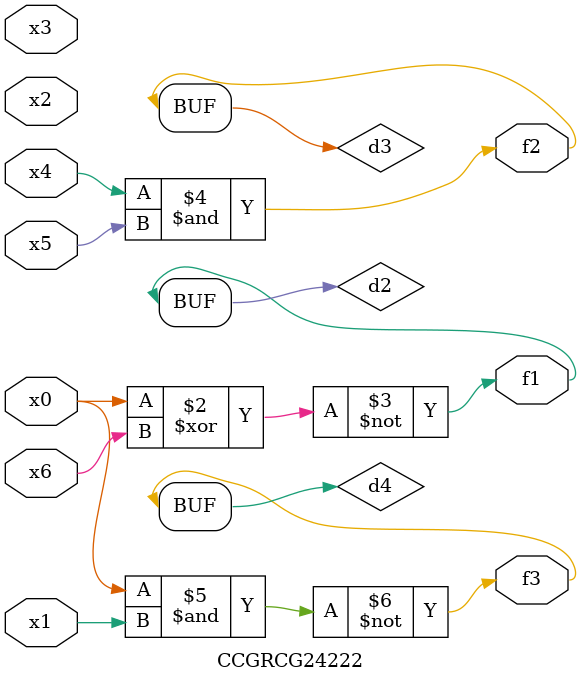
<source format=v>
module CCGRCG24222(
	input x0, x1, x2, x3, x4, x5, x6,
	output f1, f2, f3
);

	wire d1, d2, d3, d4;

	nor (d1, x0);
	xnor (d2, x0, x6);
	and (d3, x4, x5);
	nand (d4, x0, x1);
	assign f1 = d2;
	assign f2 = d3;
	assign f3 = d4;
endmodule

</source>
